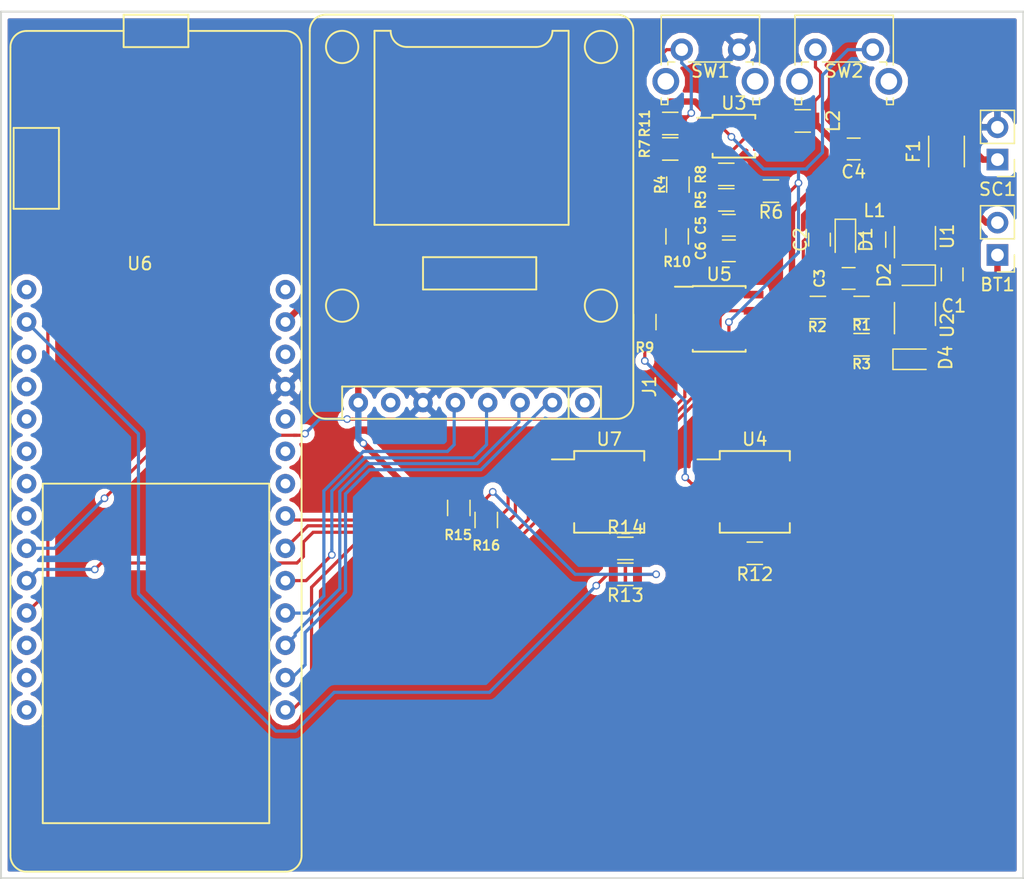
<source format=kicad_pcb>
(kicad_pcb (version 4) (host pcbnew 4.0.7)
  (layers (0 F.Cu signal) (31 B.Cu signal) (34 B.Paste user) (35 F.Paste user) (36 B.SilkS user) (37 F.SilkS user) (38 B.Mask user) (39 F.Mask user) (44 Edge.Cuts user))
  (net 0 "")
  (net 1 "Net-(BT1-Pad1)")
  (net 2 "Net-(BT1-Pad2)")
  (net 3 "Net-(C1-Pad1)")
  (net 4 "Net-(C2-Pad1)")
  (net 5 "Net-(C2-Pad2)")
  (net 6 "Net-(C3-Pad1)")
  (net 7 +BATT)
  (net 8 "Net-(C5-Pad1)")
  (net 9 GND)
  (net 10 "Net-(C6-Pad1)")
  (net 11 "Net-(D2-Pad1)")
  (net 12 "Net-(J1-Pad1)")
  (net 13 /mcu,rtc&sensor/CS)
  (net 14 /mcu,rtc&sensor/DI)
  (net 15 /mcu,rtc&sensor/DO)
  (net 16 /mcu,rtc&sensor/CLK)
  (net 17 "Net-(J1-Pad7)")
  (net 18 +5V)
  (net 19 "Net-(L2-Pad2)")
  (net 20 /Solar,Buck&Charger/FB)
  (net 21 "Net-(R3-Pad1)")
  (net 22 "Net-(R4-Pad1)")
  (net 23 "Net-(R5-Pad1)")
  (net 24 EN)
  (net 25 "Net-(R7-Pad2)")
  (net 26 /mcu,rtc&sensor/RTC_INT)
  (net 27 "Net-(R10-Pad2)")
  (net 28 /mcu,rtc&sensor/MAINTENANCE)
  (net 29 "Net-(R12-Pad2)")
  (net 30 /mcu,rtc&sensor/ALIM)
  (net 31 "Net-(R14-Pad2)")
  (net 32 /mcu,rtc&sensor/SCL)
  (net 33 /mcu,rtc&sensor/SDA)
  (net 34 "Net-(U2-Pad1)")
  (net 35 /mcu,rtc&sensor/RST_RTC)
  (net 36 "Net-(U6-Pad1)")
  (net 37 "Net-(U6-Pad3)")
  (net 38 "Net-(U6-Pad4)")
  (net 39 "Net-(U6-Pad5)")
  (net 40 "Net-(U6-Pad6)")
  (net 41 "Net-(U6-Pad7)")
  (net 42 "Net-(U6-Pad8)")
  (net 43 /mcu,rtc&sensor/SELF_ALIM)
  (net 44 "Net-(U6-Pad12)")
  (net 45 "Net-(U6-Pad13)")
  (net 46 "Net-(U6-Pad14)")
  (net 47 /mcu,rtc&sensor/ALIM_CHECK)
  (net 48 "Net-(U6-Pad22)")
  (net 49 "Net-(U6-Pad23)")
  (net 50 "Net-(U6-Pad24)")
  (net 51 "Net-(U6-Pad26)")
  (net 52 "Net-(U6-Pad28)")
  (module Pin_Headers:Pin_Header_Straight_1x02_Pitch2.54mm (layer F.Cu) (at 180.99024 83.43138 180)
    (fp_text reference BT1 (at 0 -2.33 180) (layer F.SilkS))
    (fp_text value Battery)
    (pad 1 thru_hole rect (at 0 0 180) (size 1.7 1.7) (drill 1) (layers *.Cu *.Mask) (net 1 "Net-(BT1-Pad1)"))
    (pad 2 thru_hole oval (at 0 2.54 180) (size 1.7 1.7) (drill 1) (layers *.Cu *.Mask) (net 2 "Net-(BT1-Pad2)"))
  )
  (module Capacitors_SMD:C_0805 (layer F.Cu) (at 177.43424 84.95538 270)
    (fp_text reference C1 (at 2.4765 -0.127 360) (layer F.SilkS))
    (fp_text value 10u)
    (pad 1 smd rect (at -1 0 270) (size 1 1.25) (layers F.Cu F.Paste F.Mask) (net 3 "Net-(C1-Pad1)"))
    (pad 2 smd rect (at 1 0 270) (size 1 1.25) (layers F.Cu F.Paste F.Mask) (net 9 GND))
  )
  (module Capacitors_SMD:C_0805 (layer F.Cu) (at 167.02024 82.22488 90)
    (fp_text reference C2 (at 0 -1.5 90) (layer F.SilkS))
    (fp_text value 10n)
    (pad 1 smd rect (at -1 0 90) (size 1 1.25) (layers F.Cu F.Paste F.Mask) (net 4 "Net-(C2-Pad1)"))
    (pad 2 smd rect (at 1 0 90) (size 1 1.25) (layers F.Cu F.Paste F.Mask) (net 5 "Net-(C2-Pad2)"))
  )
  (module Capacitors_SMD:C_0805 (layer F.Cu) (at 169.30624 85.27288 180)
    (fp_text reference C3 (at 2.286 0 270) (layer F.SilkS) (effects (font (size 0.75 0.75))))
    (fp_text value 2.2u)
    (pad 1 smd rect (at -1 0 180) (size 1 1.25) (layers F.Cu F.Paste F.Mask) (net 6 "Net-(C3-Pad1)"))
    (pad 2 smd rect (at 1 0 180) (size 1 1.25) (layers F.Cu F.Paste F.Mask) (net 9 GND))
  )
  (module Capacitors_SMD:C_0805 (layer F.Cu) (at 169.70324 75.10188)
    (fp_text reference C4 (at 0 1.8) (layer F.SilkS))
    (fp_text value C)
    (pad 1 smd rect (at -1 0) (size 1 1.25) (layers F.Cu F.Paste F.Mask) (net 7 +BATT))
    (pad 2 smd rect (at 1 0) (size 1 1.25) (layers F.Cu F.Paste F.Mask) (net 9 GND))
  )
  (module Capacitors_SMD:C_0805 (layer F.Cu) (at 159.90324 81.10188)
    (fp_text reference C5 (at -2.2 0 90) (layer F.SilkS) (effects (font (size 0.75 0.75))))
    (fp_text value C)
    (pad 1 smd rect (at -1 0) (size 1 1.25) (layers F.Cu F.Paste F.Mask) (net 8 "Net-(C5-Pad1)"))
    (pad 2 smd rect (at 1 0) (size 1 1.25) (layers F.Cu F.Paste F.Mask) (net 9 GND))
  )
  (module Capacitors_SMD:C_0805 (layer F.Cu) (at 159.90324 83.10188)
    (fp_text reference C6 (at -2.2 0 90) (layer F.SilkS) (effects (font (size 0.75 0.75))))
    (fp_text value C)
    (pad 1 smd rect (at -1 0) (size 1 1.25) (layers F.Cu F.Paste F.Mask) (net 10 "Net-(C6-Pad1)"))
    (pad 2 smd rect (at 1 0) (size 1 1.25) (layers F.Cu F.Paste F.Mask) (net 9 GND))
  )
  (module Diodes_SMD:D_0805 (layer F.Cu) (at 169.05224 82.22488 270)
    (fp_text reference D1 (at 0 -1.6 270) (layer F.SilkS))
    (fp_text value D)
    (pad 1 smd rect (at -1.05 0 270) (size 0.8 0.9) (layers F.Cu F.Paste F.Mask) (net 5 "Net-(C2-Pad2)"))
    (pad 2 smd rect (at 1.05 0 270) (size 0.8 0.9) (layers F.Cu F.Paste F.Mask) (net 9 GND))
  )
  (module Diodes_SMD:D_0805 (layer F.Cu) (at 174.51324 85.01888 180)
    (fp_text reference D2 (at 2.413 0 270) (layer F.SilkS))
    (fp_text value D)
    (pad 1 smd rect (at -1.05 0 180) (size 0.8 0.9) (layers F.Cu F.Paste F.Mask) (net 11 "Net-(D2-Pad1)"))
    (pad 2 smd rect (at 1.05 0 180) (size 0.8 0.9) (layers F.Cu F.Paste F.Mask) (net 6 "Net-(C3-Pad1)"))
  )
  (module Diodes_SMD:D_0805 (layer F.Cu) (at 174.38624 91.62288)
    (fp_text reference D4 (at 2.54 -0.127 90) (layer F.SilkS))
    (fp_text value D_Shockley)
    (pad 1 smd rect (at -1.05 0) (size 0.8 0.9) (layers F.Cu F.Paste F.Mask) (net 7 +BATT))
    (pad 2 smd rect (at 1.05 0) (size 0.8 0.9) (layers F.Cu F.Paste F.Mask) (net 1 "Net-(BT1-Pad1)"))
  )
  (module Fuse_Holders_and_Fuses:Fuse_0679H (layer F.Cu) (at 176.98974 75.30338 90)
    (fp_text reference F1 (at 0 -2.6 90) (layer F.SilkS))
    (fp_text value Fuse)
    (pad 2 smd rect (at 2.46 0 90) (size 1.96 3.15) (layers F.Cu F.Paste F.Mask) (net 9 GND))
    (pad 1 smd rect (at -2.46 0 90) (size 1.96 3.15) (layers F.Cu F.Paste F.Mask) (net 2 "Net-(BT1-Pad2)"))
  )
  (module Inductors_SMD:L_0805 (layer F.Cu) (at 171.33824 82.22488 270)
    (fp_text reference L1 (at -2.286 0 360) (layer F.SilkS))
    (fp_text value 6.8u)
    (pad 1 smd rect (at -0.95 0 270) (size 0.7 1.3) (layers F.Cu F.Paste F.Mask) (net 5 "Net-(C2-Pad2)"))
    (pad 2 smd rect (at 0.95 0 270) (size 0.7 1.3) (layers F.Cu F.Paste F.Mask) (net 6 "Net-(C3-Pad1)"))
  )
  (module Inductors_SMD:L_0805 (layer F.Cu) (at 165.70324 72.90188 180)
    (fp_text reference L2 (at -2.4 0 270) (layer F.SilkS))
    (fp_text value L)
    (pad 1 smd rect (at -0.95 0 180) (size 0.7 1.3) (layers F.Cu F.Paste F.Mask) (net 7 +BATT))
    (pad 2 smd rect (at 0.95 0 180) (size 0.7 1.3) (layers F.Cu F.Paste F.Mask) (net 19 "Net-(L2-Pad2)"))
  )
  (module Resistors_SMD:R_0805 (layer F.Cu) (at 170.32224 87.55888 180)
    (fp_text reference R1 (at 0 -1.397 360) (layer F.SilkS) (effects (font (size 0.75 0.75))))
    (fp_text value Rtop)
    (pad 1 smd rect (at -0.95 0 180) (size 0.7 1.3) (layers F.Cu F.Paste F.Mask) (net 11 "Net-(D2-Pad1)"))
    (pad 2 smd rect (at 0.95 0 180) (size 0.7 1.3) (layers F.Cu F.Paste F.Mask) (net 20 /Solar,Buck&Charger/FB))
  )
  (module Resistors_SMD:R_0805 (layer F.Cu) (at 166.89324 87.55888 180)
    (fp_text reference R2 (at 0.0508 -1.524 180) (layer F.SilkS) (effects (font (size 0.75 0.75))))
    (fp_text value Rbut)
    (pad 1 smd rect (at -0.95 0 180) (size 0.7 1.3) (layers F.Cu F.Paste F.Mask) (net 20 /Solar,Buck&Charger/FB))
    (pad 2 smd rect (at 0.95 0 180) (size 0.7 1.3) (layers F.Cu F.Paste F.Mask) (net 9 GND))
  )
  (module Resistors_SMD:R_0805 (layer F.Cu) (at 170.32224 90.47988 180)
    (fp_text reference R3 (at 0 -1.524 180) (layer F.SilkS) (effects (font (size 0.75 0.75))))
    (fp_text value Risen)
    (pad 1 smd rect (at -0.95 0 180) (size 0.7 1.3) (layers F.Cu F.Paste F.Mask) (net 21 "Net-(R3-Pad1)"))
    (pad 2 smd rect (at 0.95 0 180) (size 0.7 1.3) (layers F.Cu F.Paste F.Mask) (net 9 GND))
  )
  (module Resistors_SMD:R_0805 (layer F.Cu) (at 155.90324 77.90188 270)
    (fp_text reference R4 (at 0 1.4 270) (layer F.SilkS) (effects (font (size 0.75 0.75))))
    (fp_text value R)
    (pad 1 smd rect (at -0.95 0 270) (size 0.7 1.3) (layers F.Cu F.Paste F.Mask) (net 22 "Net-(R4-Pad1)"))
    (pad 2 smd rect (at 0.95 0 270) (size 0.7 1.3) (layers F.Cu F.Paste F.Mask) (net 8 "Net-(C5-Pad1)"))
  )
  (module Resistors_SMD:R_0805 (layer F.Cu) (at 159.70324 79.10188)
    (fp_text reference R5 (at -2 0 90) (layer F.SilkS) (effects (font (size 0.75 0.75))))
    (fp_text value R)
    (pad 1 smd rect (at -0.95 0) (size 0.7 1.3) (layers F.Cu F.Paste F.Mask) (net 23 "Net-(R5-Pad1)"))
    (pad 2 smd rect (at 0.95 0) (size 0.7 1.3) (layers F.Cu F.Paste F.Mask) (net 9 GND))
  )
  (module Resistors_SMD:R_0805 (layer F.Cu) (at 163.21024 78.41488 180)
    (fp_text reference R6 (at 0 -1.65 180) (layer F.SilkS))
    (fp_text value 100K)
    (pad 1 smd rect (at -0.95 0 180) (size 0.7 1.3) (layers F.Cu F.Paste F.Mask) (net 24 EN))
    (pad 2 smd rect (at 0.95 0 180) (size 0.7 1.3) (layers F.Cu F.Paste F.Mask) (net 9 GND))
  )
  (module Resistors_SMD:R_0805 (layer F.Cu) (at 155.30324 75.10188)
    (fp_text reference R7 (at -2 0 90) (layer F.SilkS) (effects (font (size 0.75 0.75))))
    (fp_text value R)
    (pad 1 smd rect (at -0.95 0) (size 0.7 1.3) (layers F.Cu F.Paste F.Mask) (net 18 +5V))
    (pad 2 smd rect (at 0.95 0) (size 0.7 1.3) (layers F.Cu F.Paste F.Mask) (net 25 "Net-(R7-Pad2)"))
  )
  (module Resistors_SMD:R_0805 (layer F.Cu) (at 159.70324 77.10188)
    (fp_text reference R8 (at -2 0 90) (layer F.SilkS) (effects (font (size 0.75 0.75))))
    (fp_text value R)
    (pad 1 smd rect (at -0.95 0) (size 0.7 1.3) (layers F.Cu F.Paste F.Mask) (net 25 "Net-(R7-Pad2)"))
    (pad 2 smd rect (at 0.95 0) (size 0.7 1.3) (layers F.Cu F.Paste F.Mask) (net 9 GND))
  )
  (module Resistors_SMD:R_0805 (layer F.Cu) (at 153.30424 88.70188 270)
    (fp_text reference R9 (at 2 0 360) (layer F.SilkS) (effects (font (size 0.75 0.75))))
    (fp_text value 10K)
    (pad 1 smd rect (at -0.95 0 270) (size 0.7 1.3) (layers F.Cu F.Paste F.Mask) (net 18 +5V))
    (pad 2 smd rect (at 0.95 0 270) (size 0.7 1.3) (layers F.Cu F.Paste F.Mask) (net 26 /mcu,rtc&sensor/RTC_INT))
  )
  (module Resistors_SMD:R_0805 (layer F.Cu) (at 155.84424 81.97088 270)
    (fp_text reference R10 (at 2 0 360) (layer F.SilkS) (effects (font (size 0.75 0.75))))
    (fp_text value 10K)
    (pad 1 smd rect (at -0.95 0 270) (size 0.7 1.3) (layers F.Cu F.Paste F.Mask) (net 18 +5V))
    (pad 2 smd rect (at 0.95 0 270) (size 0.7 1.3) (layers F.Cu F.Paste F.Mask) (net 27 "Net-(R10-Pad2)"))
  )
  (module Resistors_SMD:R_0805 (layer F.Cu) (at 155.30324 73.10188)
    (fp_text reference R11 (at -2 0 90) (layer F.SilkS) (effects (font (size 0.75 0.75))))
    (fp_text value 10K)
    (pad 1 smd rect (at -0.95 0) (size 0.7 1.3) (layers F.Cu F.Paste F.Mask) (net 18 +5V))
    (pad 2 smd rect (at 0.95 0) (size 0.7 1.3) (layers F.Cu F.Paste F.Mask) (net 28 /mcu,rtc&sensor/MAINTENANCE))
  )
  (module Resistors_SMD:R_0805 (layer F.Cu) (at 161.94024 106.86288 180)
    (fp_text reference R12 (at 0 -1.65 180) (layer F.SilkS))
    (fp_text value 470K)
    (pad 1 smd rect (at -0.95 0 180) (size 0.7 1.3) (layers F.Cu F.Paste F.Mask) (net 7 +BATT))
    (pad 2 smd rect (at 0.95 0 180) (size 0.7 1.3) (layers F.Cu F.Paste F.Mask) (net 29 "Net-(R12-Pad2)"))
  )
  (module Resistors_SMD:R_0805 (layer F.Cu) (at 151.78024 108.51388 180)
    (fp_text reference R13 (at 0 -1.65 180) (layer F.SilkS))
    (fp_text value 300K)
    (pad 1 smd rect (at -0.95 0 180) (size 0.7 1.3) (layers F.Cu F.Paste F.Mask) (net 18 +5V))
    (pad 2 smd rect (at 0.95 0 180) (size 0.7 1.3) (layers F.Cu F.Paste F.Mask) (net 30 /mcu,rtc&sensor/ALIM))
  )
  (module Resistors_SMD:R_0805 (layer F.Cu) (at 151.78024 106.48188)
    (fp_text reference R14 (at 0 -1.65) (layer F.SilkS))
    (fp_text value 100K)
    (pad 1 smd rect (at -0.95 0) (size 0.7 1.3) (layers F.Cu F.Paste F.Mask) (net 30 /mcu,rtc&sensor/ALIM))
    (pad 2 smd rect (at 0.95 0) (size 0.7 1.3) (layers F.Cu F.Paste F.Mask) (net 31 "Net-(R14-Pad2)"))
  )
  (module Resistors_SMD:R_0805 (layer F.Cu) (at 138.70324 103.30188 90)
    (fp_text reference R15 (at -2.125 -0.05 180) (layer F.SilkS) (effects (font (size 0.75 0.75))))
    (fp_text value 4K7)
    (pad 1 smd rect (at -0.95 0 90) (size 0.7 1.3) (layers F.Cu F.Paste F.Mask) (net 32 /mcu,rtc&sensor/SCL))
    (pad 2 smd rect (at 0.95 0 90) (size 0.7 1.3) (layers F.Cu F.Paste F.Mask) (net 18 +5V))
  )
  (module Resistors_SMD:R_0805 (layer F.Cu) (at 140.85824 104.24668 90)
    (fp_text reference R16 (at -2 0 180) (layer F.SilkS) (effects (font (size 0.75 0.75))))
    (fp_text value 4K7)
    (pad 1 smd rect (at -0.95 0 90) (size 0.7 1.3) (layers F.Cu F.Paste F.Mask) (net 33 /mcu,rtc&sensor/SDA))
    (pad 2 smd rect (at 0.95 0 90) (size 0.7 1.3) (layers F.Cu F.Paste F.Mask) (net 18 +5V))
  )
  (module Pin_Headers:Pin_Header_Straight_1x02_Pitch2.54mm (layer F.Cu) (at 180.99024 75.93838 180)
    (fp_text reference SC1 (at 0 -2.33 180) (layer F.SilkS))
    (fp_text value Solar_Cell)
    (pad 1 thru_hole rect (at 0 0 180) (size 1.7 1.7) (drill 1) (layers *.Cu *.Mask) (net 3 "Net-(C1-Pad1)"))
    (pad 2 thru_hole oval (at 0 2.54 180) (size 1.7 1.7) (drill 1) (layers *.Cu *.Mask) (net 9 GND))
  )
  (module TO_SOT_Packages_SMD:SOT-23-6 (layer F.Cu) (at 174.51324 82.09788 90)
    (fp_text reference U1 (at 0.127 2.54 270) (layer F.SilkS))
    (fp_text value AP3211)
    (pad 1 smd rect (at -1.1 -0.95 90) (size 1.06 0.65) (layers F.Cu F.Paste F.Mask) (net 4 "Net-(C2-Pad1)"))
    (pad 2 smd rect (at -1.1 0 90) (size 1.06 0.65) (layers F.Cu F.Paste F.Mask) (net 9 GND))
    (pad 3 smd rect (at -1.1 0.95 90) (size 1.06 0.65) (layers F.Cu F.Paste F.Mask) (net 20 /Solar,Buck&Charger/FB))
    (pad 4 smd rect (at 1.1 0.95 90) (size 1.06 0.65) (layers F.Cu F.Paste F.Mask) (net 3 "Net-(C1-Pad1)"))
    (pad 6 smd rect (at 1.1 -0.95 90) (size 1.06 0.65) (layers F.Cu F.Paste F.Mask) (net 5 "Net-(C2-Pad2)"))
    (pad 5 smd rect (at 1.1 0 90) (size 1.06 0.65) (layers F.Cu F.Paste F.Mask) (net 3 "Net-(C1-Pad1)"))
  )
  (module TO_SOT_Packages_SMD:SOT-23-5 (layer F.Cu) (at 174.51324 88.06688 90)
    (fp_text reference U2 (at -0.889 2.54 270) (layer F.SilkS))
    (fp_text value XC6802)
    (pad 1 smd rect (at -1.1 -0.95 90) (size 1.06 0.65) (layers F.Cu F.Paste F.Mask) (net 34 "Net-(U2-Pad1)"))
    (pad 2 smd rect (at -1.1 0 90) (size 1.06 0.65) (layers F.Cu F.Paste F.Mask) (net 9 GND))
    (pad 3 smd rect (at -1.1 0.95 90) (size 1.06 0.65) (layers F.Cu F.Paste F.Mask) (net 1 "Net-(BT1-Pad1)"))
    (pad 4 smd rect (at 1.1 0.95 90) (size 1.06 0.65) (layers F.Cu F.Paste F.Mask) (net 11 "Net-(D2-Pad1)"))
    (pad 5 smd rect (at 1.1 -0.95 90) (size 1.06 0.65) (layers F.Cu F.Paste F.Mask) (net 21 "Net-(R3-Pad1)"))
  )
  (module Housings_SSOP:MSOP-10_3x3mm_Pitch0.5mm (layer F.Cu) (at 160.30324 74.10188)
    (fp_text reference U3 (at 0 -2.6) (layer F.SilkS))
    (fp_text value AP6714)
    (pad 1 smd rect (at -2.2 -1) (size 1.4 0.3) (layers F.Cu F.Paste F.Mask) (net 18 +5V))
    (pad 2 smd rect (at -2.2 -0.5) (size 1.4 0.3) (layers F.Cu F.Paste F.Mask) (net 24 EN))
    (pad 3 smd rect (at -2.2 0) (size 1.4 0.3) (layers F.Cu F.Paste F.Mask) (net 22 "Net-(R4-Pad1)"))
    (pad 4 smd rect (at -2.2 0.5) (size 1.4 0.3) (layers F.Cu F.Paste F.Mask) (net 25 "Net-(R7-Pad2)"))
    (pad 5 smd rect (at -2.2 1) (size 1.4 0.3) (layers F.Cu F.Paste F.Mask) (net 10 "Net-(C6-Pad1)"))
    (pad 6 smd rect (at 2.2 1) (size 1.4 0.3) (layers F.Cu F.Paste F.Mask) (net 9 GND))
    (pad 7 smd rect (at 2.2 0.5) (size 1.4 0.3) (layers F.Cu F.Paste F.Mask) (net 9 GND))
    (pad 8 smd rect (at 2.2 0) (size 1.4 0.3) (layers F.Cu F.Paste F.Mask) (net 23 "Net-(R5-Pad1)"))
    (pad 9 smd rect (at 2.2 -0.5) (size 1.4 0.3) (layers F.Cu F.Paste F.Mask) (net 19 "Net-(L2-Pad2)"))
    (pad 10 smd rect (at 2.2 -1) (size 1.4 0.3) (layers F.Cu F.Paste F.Mask) (net 18 +5V))
  )
  (module Housings_SOIC:SO-8_5.3x6.2mm_Pitch1.27mm (layer F.Cu) (at 161.94024 102.03688)
    (fp_text reference U4 (at 0 -4.13) (layer F.SilkS))
    (fp_text value DMP4025)
    (pad 1 smd rect (at -3.7 -1.905) (size 1.75 0.55) (layers F.Cu F.Paste F.Mask) (net 24 EN))
    (pad 2 smd rect (at -3.7 -0.635) (size 1.75 0.55) (layers F.Cu F.Paste F.Mask) (net 26 /mcu,rtc&sensor/RTC_INT))
    (pad 3 smd rect (at -3.7 0.635) (size 1.75 0.55) (layers F.Cu F.Paste F.Mask) (net 24 EN))
    (pad 4 smd rect (at -3.7 1.905) (size 1.75 0.55) (layers F.Cu F.Paste F.Mask) (net 29 "Net-(R12-Pad2)"))
    (pad 5 smd rect (at 3.7 1.905) (size 1.75 0.55) (layers F.Cu F.Paste F.Mask) (net 7 +BATT))
    (pad 6 smd rect (at 3.7 0.635) (size 1.75 0.55) (layers F.Cu F.Paste F.Mask) (net 7 +BATT))
    (pad 7 smd rect (at 3.7 -0.635) (size 1.75 0.55) (layers F.Cu F.Paste F.Mask) (net 7 +BATT))
    (pad 8 smd rect (at 3.7 -1.905) (size 1.75 0.55) (layers F.Cu F.Paste F.Mask) (net 7 +BATT))
  )
  (module Housings_SOIC:SOIC-8_3.9x4.9mm_Pitch1.27mm (layer F.Cu) (at 159.14624 88.44788)
    (fp_text reference U5 (at 0 -3.5) (layer F.SilkS))
    (fp_text value DS3231M)
    (pad 1 smd rect (at -2.7 -1.905) (size 1.55 0.6) (layers F.Cu F.Paste F.Mask) (net 27 "Net-(R10-Pad2)"))
    (pad 2 smd rect (at -2.7 -0.635) (size 1.55 0.6) (layers F.Cu F.Paste F.Mask) (net 18 +5V))
    (pad 3 smd rect (at -2.7 0.635) (size 1.55 0.6) (layers F.Cu F.Paste F.Mask) (net 26 /mcu,rtc&sensor/RTC_INT))
    (pad 4 smd rect (at -2.7 1.905) (size 1.55 0.6) (layers F.Cu F.Paste F.Mask) (net 35 /mcu,rtc&sensor/RST_RTC))
    (pad 5 smd rect (at 2.7 1.905) (size 1.55 0.6) (layers F.Cu F.Paste F.Mask) (net 9 GND))
    (pad 6 smd rect (at 2.7 0.635) (size 1.55 0.6) (layers F.Cu F.Paste F.Mask) (net 7 +BATT))
    (pad 7 smd rect (at 2.7 -0.635) (size 1.55 0.6) (layers F.Cu F.Paste F.Mask) (net 33 /mcu,rtc&sensor/SDA))
    (pad 8 smd rect (at 2.7 -1.905) (size 1.55 0.6) (layers F.Cu F.Paste F.Mask) (net 32 /mcu,rtc&sensor/SCL))
  )
  (module hardware:Arduino_MKR_GSM_1400 (layer F.Cu) (at 114.930601 83.612401)
    (fp_text reference U6 (at -1.27 0.5) (layer F.SilkS))
    (fp_text value Arduino_mkr_1000)
    (pad 1 thru_hole circle (at -10.16 2.54) (size 1.524 1.524) (drill 0.762) (layers *.Cu *.Mask) (net 36 "Net-(U6-Pad1)"))
    (pad 2 thru_hole circle (at -10.16 5.08) (size 1.524 1.524) (drill 0.762) (layers *.Cu *.Mask) (net 30 /mcu,rtc&sensor/ALIM))
    (pad 3 thru_hole circle (at -10.16 7.62) (size 1.524 1.524) (drill 0.762) (layers *.Cu *.Mask) (net 37 "Net-(U6-Pad3)"))
    (pad 4 thru_hole circle (at -10.16 10.16) (size 1.524 1.524) (drill 0.762) (layers *.Cu *.Mask) (net 38 "Net-(U6-Pad4)"))
    (pad 5 thru_hole circle (at -10.16 12.7) (size 1.524 1.524) (drill 0.762) (layers *.Cu *.Mask) (net 39 "Net-(U6-Pad5)"))
    (pad 6 thru_hole circle (at -10.16 15.24) (size 1.524 1.524) (drill 0.762) (layers *.Cu *.Mask) (net 40 "Net-(U6-Pad6)"))
    (pad 7 thru_hole circle (at -10.16 17.78) (size 1.524 1.524) (drill 0.762) (layers *.Cu *.Mask) (net 41 "Net-(U6-Pad7)"))
    (pad 8 thru_hole circle (at -10.16 20.32) (size 1.524 1.524) (drill 0.762) (layers *.Cu *.Mask) (net 42 "Net-(U6-Pad8)"))
    (pad 9 thru_hole circle (at -10.16 22.86) (size 1.524 1.524) (drill 0.762) (layers *.Cu *.Mask) (net 35 /mcu,rtc&sensor/RST_RTC))
    (pad 10 thru_hole circle (at -10.16 25.4) (size 1.524 1.524) (drill 0.762) (layers *.Cu *.Mask) (net 43 /mcu,rtc&sensor/SELF_ALIM))
    (pad 11 thru_hole circle (at -10.16 27.94) (size 1.524 1.524) (drill 0.762) (layers *.Cu *.Mask) (net 28 /mcu,rtc&sensor/MAINTENANCE))
    (pad 12 thru_hole circle (at -10.16 30.48) (size 1.524 1.524) (drill 0.762) (layers *.Cu *.Mask) (net 44 "Net-(U6-Pad12)"))
    (pad 13 thru_hole circle (at -10.16 33.02) (size 1.524 1.524) (drill 0.762) (layers *.Cu *.Mask) (net 45 "Net-(U6-Pad13)"))
    (pad 14 thru_hole circle (at -10.16 35.56) (size 1.524 1.524) (drill 0.762) (layers *.Cu *.Mask) (net 46 "Net-(U6-Pad14)"))
    (pad 15 thru_hole circle (at 10.16 35.56) (size 1.524 1.524) (drill 0.762) (layers *.Cu *.Mask) (net 47 /mcu,rtc&sensor/ALIM_CHECK))
    (pad 16 thru_hole circle (at 10.16 33.02) (size 1.524 1.524) (drill 0.762) (layers *.Cu *.Mask) (net 13 /mcu,rtc&sensor/CS))
    (pad 17 thru_hole circle (at 10.16 30.48) (size 1.524 1.524) (drill 0.762) (layers *.Cu *.Mask) (net 14 /mcu,rtc&sensor/DI))
    (pad 18 thru_hole circle (at 10.16 27.94) (size 1.524 1.524) (drill 0.762) (layers *.Cu *.Mask) (net 16 /mcu,rtc&sensor/CLK))
    (pad 19 thru_hole circle (at 10.16 25.4) (size 1.524 1.524) (drill 0.762) (layers *.Cu *.Mask) (net 15 /mcu,rtc&sensor/DO))
    (pad 20 thru_hole circle (at 10.16 22.86) (size 1.524 1.524) (drill 0.762) (layers *.Cu *.Mask) (net 33 /mcu,rtc&sensor/SDA))
    (pad 21 thru_hole circle (at 10.16 20.32) (size 1.524 1.524) (drill 0.762) (layers *.Cu *.Mask) (net 32 /mcu,rtc&sensor/SCL))
    (pad 22 thru_hole circle (at 10.16 17.78) (size 1.524 1.524) (drill 0.762) (layers *.Cu *.Mask) (net 48 "Net-(U6-Pad22)"))
    (pad 23 thru_hole circle (at 10.16 15.24) (size 1.524 1.524) (drill 0.762) (layers *.Cu *.Mask) (net 49 "Net-(U6-Pad23)"))
    (pad 24 thru_hole circle (at 10.16 12.7) (size 1.524 1.524) (drill 0.762) (layers *.Cu *.Mask) (net 50 "Net-(U6-Pad24)"))
    (pad 25 thru_hole circle (at 10.16 10.16) (size 1.524 1.524) (drill 0.762) (layers *.Cu *.Mask) (net 9 GND))
    (pad 26 thru_hole circle (at 10.16 7.62) (size 1.524 1.524) (drill 0.762) (layers *.Cu *.Mask) (net 51 "Net-(U6-Pad26)"))
    (pad 27 thru_hole circle (at 10.16 5.08) (size 1.524 1.524) (drill 0.762) (layers *.Cu *.Mask) (net 18 +5V))
    (pad 28 thru_hole circle (at 10.16 2.54) (size 1.524 1.524) (drill 0.762) (layers *.Cu *.Mask) (net 52 "Net-(U6-Pad28)"))
  )
  (module Housings_SOIC:SO-8_5.3x6.2mm_Pitch1.27mm (layer F.Cu) (at 150.51024 102.03688)
    (fp_text reference U7 (at 0 -4.13) (layer F.SilkS))
    (fp_text value DMN2029USD)
    (pad 1 smd rect (at -3.7 -1.905) (size 1.75 0.55) (layers F.Cu F.Paste F.Mask) (net 9 GND))
    (pad 2 smd rect (at -3.7 -0.635) (size 1.75 0.55) (layers F.Cu F.Paste F.Mask) (net 43 /mcu,rtc&sensor/SELF_ALIM))
    (pad 3 smd rect (at -3.7 0.635) (size 1.75 0.55) (layers F.Cu F.Paste F.Mask) (net 9 GND))
    (pad 4 smd rect (at -3.7 1.905) (size 1.75 0.55) (layers F.Cu F.Paste F.Mask) (net 47 /mcu,rtc&sensor/ALIM_CHECK))
    (pad 5 smd rect (at 3.7 1.905) (size 1.75 0.55) (layers F.Cu F.Paste F.Mask) (net 31 "Net-(R14-Pad2)"))
    (pad 6 smd rect (at 3.7 0.635) (size 1.75 0.55) (layers F.Cu F.Paste F.Mask) (net 31 "Net-(R14-Pad2)"))
    (pad 7 smd rect (at 3.7 -0.635) (size 1.75 0.55) (layers F.Cu F.Paste F.Mask) (net 29 "Net-(R12-Pad2)"))
    (pad 8 smd rect (at 3.7 -1.905) (size 1.75 0.55) (layers F.Cu F.Paste F.Mask) (net 29 "Net-(R12-Pad2)"))
  )
  (module hardware:MicroSD_card_breakout_board (layer F.Cu) (at 139.70324 96.30188 270)
    (fp_text reference J1 (at -2.54 -13.97 270) (layer F.SilkS))
    (fp_text value Conn_01x08)
    (pad 1 thru_hole circle (at -1.27 -8.89 270) (size 1.524 1.524) (drill 0.762) (layers *.Cu *.Mask) (net 12 "Net-(J1-Pad1)"))
    (pad 2 thru_hole circle (at -1.27 -6.35 270) (size 1.524 1.524) (drill 0.762) (layers *.Cu *.Mask) (net 13 /mcu,rtc&sensor/CS))
    (pad 3 thru_hole circle (at -1.27 -3.81 270) (size 1.524 1.524) (drill 0.762) (layers *.Cu *.Mask) (net 14 /mcu,rtc&sensor/DI))
    (pad 4 thru_hole circle (at -1.27 -1.27 270) (size 1.524 1.524) (drill 0.762) (layers *.Cu *.Mask) (net 15 /mcu,rtc&sensor/DO))
    (pad 5 thru_hole circle (at -1.27 1.27 270) (size 1.524 1.524) (drill 0.762) (layers *.Cu *.Mask) (net 16 /mcu,rtc&sensor/CLK))
    (pad 6 thru_hole circle (at -1.27 3.81 270) (size 1.524 1.524) (drill 0.762) (layers *.Cu *.Mask) (net 9 GND))
    (pad 7 thru_hole circle (at -1.27 6.35 270) (size 1.524 1.524) (drill 0.762) (layers *.Cu *.Mask) (net 17 "Net-(J1-Pad7)"))
    (pad 8 thru_hole circle (at -1.27 8.89 270) (size 1.524 1.524) (drill 0.762) (layers *.Cu *.Mask) (net 18 +5V))
  )
  (module Buttons_Switches_THT:SW_Tactile_SPST_Angled_PTS645Vx39-2LFS (layer F.Cu) (at 156.20324 67.30188)
    (fp_text reference SW1 (at 2.25 1.68) (layer F.SilkS))
    (fp_text value SW_Push)
    (pad "" thru_hole circle (at 5.76 2.49) (size 2.1 2.1) (drill 1.3) (layers *.Cu *.Mask))
    (pad 2 thru_hole circle (at 4.5 0) (size 1.75 1.75) (drill 0.99) (layers *.Cu *.Mask) (net 9 GND))
    (pad 1 thru_hole circle (at 0 0) (size 1.75 1.75) (drill 0.99) (layers *.Cu *.Mask) (net 28 /mcu,rtc&sensor/MAINTENANCE))
    (pad "" thru_hole circle (at -1.25 2.49) (size 2.1 2.1) (drill 1.3) (layers *.Cu *.Mask))
  )
  (module Buttons_Switches_THT:SW_Tactile_SPST_Angled_PTS645Vx39-2LFS (layer F.Cu) (at 166.70324 67.30188)
    (fp_text reference SW2 (at 2.25 1.68) (layer F.SilkS))
    (fp_text value SW_Push)
    (pad "" thru_hole circle (at 5.76 2.49) (size 2.1 2.1) (drill 1.3) (layers *.Cu *.Mask))
    (pad 2 thru_hole circle (at 4.5 0) (size 1.75 1.75) (drill 0.99) (layers *.Cu *.Mask) (net 24 EN))
    (pad 1 thru_hole circle (at 0 0) (size 1.75 1.75) (drill 0.99) (layers *.Cu *.Mask) (net 7 +BATT))
    (pad "" thru_hole circle (at -1.25 2.49) (size 2.1 2.1) (drill 1.3) (layers *.Cu *.Mask))
  )
  (gr_line (start 102.75824 132.38988) (end 102.75824 64.31788) (angle 90) (layer Edge.Cuts) (width 0.15))
  (gr_line (start 183.02224 132.38988) (end 102.75824 132.38988) (angle 90) (layer Edge.Cuts) (width 0.15))
  (gr_line (start 183.02224 64.31788) (end 183.02224 132.38988) (angle 90) (layer Edge.Cuts) (width 0.15))
  (gr_line (start 102.75824 64.31788) (end 183.02224 64.31788) (angle 90) (layer Edge.Cuts) (width 0.15))
  (segment (start 180.99024 83.43138) (end 180.99024 85.01888) (width 0.5) (layer F.Cu) (net 1))
  (segment (start 176.84224 89.16688) (end 175.46324 89.16688) (width 0.5) (layer F.Cu) (net 1))
  (segment (start 180.99024 85.01888) (end 176.84224 89.16688) (width 0.5) (layer F.Cu) (net 1))
  (segment (start 175.46324 89.16688) (end 175.46324 91.59588) (width 0.5) (layer F.Cu) (net 1))
  (segment (start 175.46324 91.59588) (end 175.43624 91.62288) (width 0.5) (layer F.Cu) (net 1))
  (segment (start 180.99024 80.89138) (end 180.11774 80.89138) (width 0.5) (layer F.Cu) (net 2))
  (segment (start 180.11774 80.89138) (end 176.98974 77.76338) (width 0.5) (layer F.Cu) (net 2))
  (segment (start 175.46324 80.99788) (end 176.27074 80.99788) (width 0.25) (layer F.Cu) (net 3))
  (segment (start 177.43424 82.16138) (end 177.43424 83.95538) (width 0.25) (layer F.Cu) (net 3))
  (segment (start 176.27074 80.99788) (end 177.43424 82.16138) (width 0.25) (layer F.Cu) (net 3))
  (segment (start 180.99024 75.93838) (end 179.84724 75.93838) (width 0.5) (layer F.Cu) (net 3))
  (segment (start 174.51324 76.19238) (end 174.51324 80.99788) (width 0.5) (layer F.Cu) (net 3))
  (segment (start 175.78324 74.92238) (end 174.51324 76.19238) (width 0.5) (layer F.Cu) (net 3))
  (segment (start 178.83124 74.92238) (end 175.78324 74.92238) (width 0.5) (layer F.Cu) (net 3))
  (segment (start 179.84724 75.93838) (end 178.83124 74.92238) (width 0.5) (layer F.Cu) (net 3))
  (segment (start 175.46324 80.99788) (end 174.51324 80.99788) (width 0.5) (layer F.Cu) (net 3))
  (segment (start 172.98824 83.19788) (end 173.56324 83.19788) (width 0.25) (layer F.Cu) (net 4))
  (segment (start 172.946242 83.19788) (end 172.98824 83.19788) (width 0.25) (layer F.Cu) (net 4))
  (segment (start 172.248241 82.499879) (end 172.946242 83.19788) (width 0.25) (layer F.Cu) (net 4))
  (segment (start 167.745228 82.499892) (end 170.428226 82.499892) (width 0.25) (layer F.Cu) (net 4))
  (segment (start 170.428226 82.499892) (end 170.428239 82.499879) (width 0.25) (layer F.Cu) (net 4))
  (segment (start 167.02024 83.22488) (end 167.745228 82.499892) (width 0.25) (layer F.Cu) (net 4))
  (segment (start 170.428239 82.499879) (end 172.248241 82.499879) (width 0.25) (layer F.Cu) (net 4))
  (segment (start 169.05224 81.17488) (end 167.07024 81.17488) (width 0.25) (layer F.Cu) (net 5))
  (segment (start 167.07024 81.17488) (end 167.02024 81.22488) (width 0.25) (layer F.Cu) (net 5))
  (segment (start 171.33824 81.27488) (end 169.15224 81.27488) (width 0.25) (layer F.Cu) (net 5))
  (segment (start 169.15224 81.27488) (end 169.05224 81.17488) (width 0.25) (layer F.Cu) (net 5))
  (segment (start 173.56324 80.99788) (end 171.61524 80.99788) (width 0.5) (layer F.Cu) (net 5))
  (segment (start 171.61524 80.99788) (end 171.33824 81.27488) (width 0.5) (layer F.Cu) (net 5))
  (segment (start 170.30624 85.27288) (end 170.95724 85.27288) (width 0.25) (layer F.Cu) (net 6))
  (segment (start 170.95724 85.27288) (end 171.78274 84.44738) (width 0.25) (layer F.Cu) (net 6))
  (segment (start 171.33824 83.17488) (end 171.33824 84.00288) (width 0.5) (layer F.Cu) (net 6))
  (segment (start 172.35424 85.01888) (end 173.46324 85.01888) (width 0.5) (layer F.Cu) (net 6))
  (segment (start 171.33824 84.00288) (end 171.78274 84.44738) (width 0.5) (layer F.Cu) (net 6))
  (segment (start 171.78274 84.44738) (end 172.35424 85.01888) (width 0.5) (layer F.Cu) (net 6))
  (segment (start 165.64024 103.94188) (end 165.64024 104.11288) (width 0.25) (layer F.Cu) (net 7))
  (segment (start 165.64024 104.11288) (end 162.89024 106.86288) (width 0.25) (layer F.Cu) (net 7))
  (segment (start 166.65324 72.90188) (end 166.65324 73.05188) (width 0.5) (layer F.Cu) (net 7))
  (segment (start 166.65324 73.05188) (end 168.70324 75.10188) (width 0.5) (layer F.Cu) (net 7))
  (segment (start 165.64024 103.87838) (end 165.64024 102.60838) (width 0.5) (layer F.Cu) (net 7))
  (segment (start 165.64024 102.60838) (end 165.64024 101.33838) (width 0.5) (layer F.Cu) (net 7))
  (segment (start 165.64024 101.33838) (end 165.64024 100.06838) (width 0.5) (layer F.Cu) (net 7))
  (segment (start 165.64024 100.06838) (end 167.65524 98.05338) (width 0.5) (layer F.Cu) (net 7))
  (segment (start 167.65524 98.05338) (end 167.65524 91.62288) (width 0.5) (layer F.Cu) (net 7))
  (segment (start 161.84624 89.08288) (end 164.60724 89.08288) (width 0.5) (layer F.Cu) (net 7))
  (segment (start 164.60724 89.08288) (end 164.86124 88.82888) (width 0.5) (layer F.Cu) (net 7))
  (segment (start 168.70324 75.10188) (end 168.70324 76.09688) (width 0.5) (layer F.Cu) (net 7))
  (segment (start 167.65524 91.62288) (end 173.33624 91.62288) (width 0.5) (layer F.Cu) (net 7))
  (segment (start 164.86124 88.82888) (end 167.65524 91.62288) (width 0.5) (layer F.Cu) (net 7))
  (segment (start 164.86124 79.93888) (end 164.86124 88.82888) (width 0.5) (layer F.Cu) (net 7))
  (segment (start 168.70324 76.09688) (end 164.86124 79.93888) (width 0.5) (layer F.Cu) (net 7))
  (segment (start 166.70324 67.30188) (end 166.70324 68.67688) (width 0.25) (layer F.Cu) (net 7))
  (segment (start 166.65324 71.32688) (end 166.65324 72.90188) (width 0.25) (layer F.Cu) (net 7))
  (segment (start 167.10324 70.87688) (end 166.65324 71.32688) (width 0.25) (layer F.Cu) (net 7))
  (segment (start 167.10324 69.07688) (end 167.10324 70.87688) (width 0.25) (layer F.Cu) (net 7))
  (segment (start 166.70324 68.67688) (end 167.10324 69.07688) (width 0.25) (layer F.Cu) (net 7))
  (segment (start 158.90324 81.10188) (end 157.52824 79.72688) (width 0.25) (layer F.Cu) (net 8))
  (segment (start 156.92824 78.85188) (end 155.90324 78.85188) (width 0.25) (layer F.Cu) (net 8))
  (segment (start 157.52824 79.45188) (end 156.92824 78.85188) (width 0.25) (layer F.Cu) (net 8))
  (segment (start 157.52824 79.72688) (end 157.52824 79.45188) (width 0.25) (layer F.Cu) (net 8))
  (segment (start 176.98974 72.84338) (end 172.96174 72.84338) (width 0.5) (layer F.Cu) (net 9))
  (segment (start 172.96174 72.84338) (end 170.70324 75.10188) (width 0.5) (layer F.Cu) (net 9))
  (segment (start 180.99024 73.39838) (end 177.54474 73.39838) (width 0.5) (layer F.Cu) (net 9))
  (segment (start 177.54474 73.39838) (end 176.98974 72.84338) (width 0.5) (layer F.Cu) (net 9))
  (segment (start 170.77774 75.17638) (end 170.70324 75.10188) (width 0.5) (layer F.Cu) (net 9))
  (segment (start 158.10324 75.10188) (end 158.10324 75.80188) (width 0.25) (layer F.Cu) (net 10))
  (segment (start 157.92824 83.10188) (end 158.90324 83.10188) (width 0.25) (layer F.Cu) (net 10))
  (segment (start 157.42824 82.60188) (end 157.92824 83.10188) (width 0.25) (layer F.Cu) (net 10))
  (segment (start 157.42824 80.55188) (end 157.42824 82.60188) (width 0.25) (layer F.Cu) (net 10))
  (segment (start 156.90324 80.02688) (end 157.42824 80.55188) (width 0.25) (layer F.Cu) (net 10))
  (segment (start 154.95324 80.02688) (end 156.90324 80.02688) (width 0.25) (layer F.Cu) (net 10))
  (segment (start 154.55324 79.62688) (end 154.95324 80.02688) (width 0.25) (layer F.Cu) (net 10))
  (segment (start 154.55324 78.40188) (end 154.55324 79.62688) (width 0.25) (layer F.Cu) (net 10))
  (segment (start 155.00324 77.95188) (end 154.55324 78.40188) (width 0.25) (layer F.Cu) (net 10))
  (segment (start 156.67824 77.95188) (end 155.00324 77.95188) (width 0.25) (layer F.Cu) (net 10))
  (segment (start 157.40324 77.22688) (end 156.67824 77.95188) (width 0.25) (layer F.Cu) (net 10))
  (segment (start 157.40324 76.50188) (end 157.40324 77.22688) (width 0.25) (layer F.Cu) (net 10))
  (segment (start 158.10324 75.80188) (end 157.40324 76.50188) (width 0.25) (layer F.Cu) (net 10))
  (segment (start 175.46324 86.96688) (end 175.44524 86.96688) (width 0.25) (layer F.Cu) (net 11))
  (segment (start 175.44524 86.96688) (end 174.51324 86.03488) (width 0.25) (layer F.Cu) (net 11))
  (segment (start 172.79624 86.03488) (end 171.27224 87.55888) (width 0.25) (layer F.Cu) (net 11))
  (segment (start 174.51324 86.03488) (end 172.79624 86.03488) (width 0.25) (layer F.Cu) (net 11))
  (segment (start 175.56324 85.01888) (end 175.27524 85.01888) (width 0.25) (layer F.Cu) (net 11))
  (segment (start 175.56324 85.01888) (end 175.56324 86.86688) (width 0.5) (layer F.Cu) (net 11))
  (segment (start 175.56324 86.86688) (end 175.46324 86.96688) (width 0.5) (layer F.Cu) (net 11))
  (segment (start 131.70324 100.30188) (end 129.80924 102.19588) (width 0.25) (layer B.Cu) (net 13))
  (segment (start 140.43424 100.30188) (end 131.70324 100.30188) (width 0.25) (layer B.Cu) (net 13))
  (segment (start 129.80924 102.19588) (end 129.80924 109.91088) (width 0.25) (layer B.Cu) (net 13))
  (segment (start 129.80924 109.91088) (end 126.63424 113.08588) (width 0.25) (layer B.Cu) (net 13))
  (segment (start 125.627719 116.632401) (end 125.090601 116.632401) (width 0.25) (layer B.Cu) (net 13))
  (segment (start 126.63424 115.62588) (end 125.627719 116.632401) (width 0.25) (layer B.Cu) (net 13))
  (segment (start 145.960601 95.042401) (end 145.693719 95.042401) (width 0.25) (layer B.Cu) (net 13))
  (segment (start 145.693719 95.042401) (end 140.43424 100.30188) (width 0.25) (layer B.Cu) (net 13))
  (segment (start 126.63424 113.08588) (end 126.63424 115.62588) (width 0.25) (layer B.Cu) (net 13))
  (segment (start 143.420601 95.042401) (end 143.420601 96.553519) (width 0.25) (layer B.Cu) (net 14))
  (segment (start 125.8526 113.330402) (end 125.090601 114.092401) (width 0.25) (layer B.Cu) (net 14))
  (segment (start 143.420601 96.553519) (end 140.154229 99.819891) (width 0.25) (layer B.Cu) (net 14))
  (segment (start 140.154229 99.819891) (end 131.548818 99.819891) (width 0.25) (layer B.Cu) (net 14))
  (segment (start 131.548818 99.819891) (end 129.359229 102.00948) (width 0.25) (layer B.Cu) (net 14))
  (segment (start 129.359229 102.00948) (end 129.359229 109.645891) (width 0.25) (layer B.Cu) (net 14))
  (segment (start 129.359229 109.645891) (end 125.8526 113.15252) (width 0.25) (layer B.Cu) (net 14))
  (segment (start 125.8526 113.15252) (end 125.8526 113.330402) (width 0.25) (layer B.Cu) (net 14))
  (segment (start 140.880601 95.042401) (end 140.880601 98.331519) (width 0.25) (layer B.Cu) (net 15))
  (segment (start 140.880601 98.331519) (end 139.84224 99.36988) (width 0.25) (layer B.Cu) (net 15))
  (segment (start 139.84224 99.36988) (end 131.33465 99.36988) (width 0.25) (layer B.Cu) (net 15))
  (segment (start 131.33465 99.36988) (end 128.734219 101.970311) (width 0.25) (layer B.Cu) (net 15))
  (segment (start 128.734219 106.565616) (end 128.734219 106.98988) (width 0.25) (layer B.Cu) (net 15))
  (segment (start 128.734219 101.970311) (end 128.734219 106.565616) (width 0.25) (layer B.Cu) (net 15))
  (segment (start 125.090601 109.012401) (end 126.711698 109.012401) (width 0.25) (layer F.Cu) (net 15))
  (segment (start 128.43422 107.289879) (end 128.734219 106.98988) (width 0.25) (layer F.Cu) (net 15))
  (segment (start 126.711698 109.012401) (end 128.43422 107.289879) (width 0.25) (layer F.Cu) (net 15))
  (via (at 128.734219 106.98988) (size 0.6) (drill 0.4) (layers F.Cu B.Cu) (net 15))
  (segment (start 138.340601 95.042401) (end 138.340601 98.331519) (width 0.25) (layer B.Cu) (net 16))
  (segment (start 138.340601 98.331519) (end 137.81024 98.86188) (width 0.25) (layer B.Cu) (net 16))
  (segment (start 137.81024 98.86188) (end 131.20624 98.86188) (width 0.25) (layer B.Cu) (net 16))
  (segment (start 131.20624 98.86188) (end 128.109217 101.958903) (width 0.25) (layer B.Cu) (net 16))
  (segment (start 128.109217 101.958903) (end 128.109217 110.213903) (width 0.25) (layer B.Cu) (net 16))
  (segment (start 128.109217 110.213903) (end 126.76124 111.56188) (width 0.25) (layer B.Cu) (net 16))
  (segment (start 126.76124 111.56188) (end 125.10008 111.56188) (width 0.25) (layer B.Cu) (net 16))
  (segment (start 125.10008 111.56188) (end 125.090601 111.552401) (width 0.25) (layer B.Cu) (net 16))
  (segment (start 134.50824 85.27288) (end 134.50824 87.43188) (width 0.5) (layer F.Cu) (net 18))
  (segment (start 134.50824 87.43188) (end 130.81324 91.12688) (width 0.5) (layer F.Cu) (net 18))
  (segment (start 130.81324 91.12688) (end 130.81324 95.03188) (width 0.5) (layer F.Cu) (net 18))
  (segment (start 153.87574 86.09838) (end 153.05024 85.27288) (width 0.5) (layer F.Cu) (net 18))
  (segment (start 153.05024 85.27288) (end 128.510122 85.27288) (width 0.5) (layer F.Cu) (net 18))
  (segment (start 128.510122 85.27288) (end 125.090601 88.692401) (width 0.5) (layer F.Cu) (net 18))
  (segment (start 130.81324 97.83388) (end 130.906241 97.926881) (width 0.5) (layer B.Cu) (net 18))
  (segment (start 130.81324 95.03188) (end 130.81324 97.83388) (width 0.5) (layer B.Cu) (net 18))
  (segment (start 131.506239 98.526879) (end 131.20624 98.22688) (width 0.5) (layer F.Cu) (net 18))
  (segment (start 138.70324 102.35188) (end 135.33124 102.35188) (width 0.5) (layer F.Cu) (net 18))
  (segment (start 130.906241 97.926881) (end 131.20624 98.22688) (width 0.5) (layer B.Cu) (net 18))
  (segment (start 135.33124 102.35188) (end 131.506239 98.526879) (width 0.5) (layer F.Cu) (net 18))
  (via (at 131.20624 98.22688) (size 0.6) (drill 0.4) (layers F.Cu B.Cu) (net 18))
  (segment (start 155.84424 81.02088) (end 153.81224 81.02088) (width 0.25) (layer F.Cu) (net 18))
  (segment (start 153.81224 81.02088) (end 153.81224 80.95488) (width 0.25) (layer F.Cu) (net 18))
  (segment (start 140.85824 103.29668) (end 140.85824 102.54488) (width 0.25) (layer F.Cu) (net 18))
  (segment (start 154.19324 108.51388) (end 152.73024 108.51388) (width 0.25) (layer F.Cu) (net 18))
  (via (at 154.19324 108.51388) (size 0.6) (drill 0.4) (layers F.Cu B.Cu) (net 18))
  (segment (start 147.84324 108.51388) (end 154.19324 108.51388) (width 0.25) (layer B.Cu) (net 18))
  (segment (start 141.36624 102.03688) (end 147.84324 108.51388) (width 0.25) (layer B.Cu) (net 18))
  (via (at 141.36624 102.03688) (size 0.6) (drill 0.4) (layers F.Cu B.Cu) (net 18))
  (segment (start 140.85824 102.54488) (end 141.36624 102.03688) (width 0.25) (layer F.Cu) (net 18))
  (segment (start 153.30424 87.75188) (end 154.00024 87.75188) (width 0.25) (layer F.Cu) (net 18))
  (segment (start 154.00024 87.75188) (end 154.76474 86.98738) (width 0.25) (layer F.Cu) (net 18))
  (segment (start 153.30424 87.75188) (end 153.74624 87.75188) (width 0.5) (layer F.Cu) (net 18))
  (segment (start 140.85824 103.29668) (end 139.64804 103.29668) (width 0.5) (layer F.Cu) (net 18))
  (segment (start 139.64804 103.29668) (end 138.70324 102.35188) (width 0.5) (layer F.Cu) (net 18))
  (segment (start 154.35324 75.10188) (end 154.35324 77.49288) (width 0.5) (layer F.Cu) (net 18))
  (segment (start 155.59024 87.81288) (end 156.44624 87.81288) (width 0.5) (layer F.Cu) (net 18))
  (segment (start 154.63774 86.86038) (end 155.59024 87.81288) (width 0.5) (layer F.Cu) (net 18))
  (segment (start 154.76474 86.98738) (end 154.63774 86.86038) (width 0.5) (layer F.Cu) (net 18))
  (segment (start 153.81224 86.03488) (end 153.87574 86.09838) (width 0.5) (layer F.Cu) (net 18))
  (segment (start 153.87574 86.09838) (end 154.76474 86.98738) (width 0.5) (layer F.Cu) (net 18))
  (segment (start 153.81224 78.03388) (end 153.81224 80.95488) (width 0.5) (layer F.Cu) (net 18))
  (segment (start 153.81224 80.95488) (end 153.81224 86.03488) (width 0.5) (layer F.Cu) (net 18))
  (segment (start 154.35324 77.49288) (end 153.81224 78.03388) (width 0.5) (layer F.Cu) (net 18))
  (segment (start 156.44624 87.81288) (end 155.97124 87.81288) (width 0.5) (layer F.Cu) (net 18))
  (segment (start 154.35324 73.10188) (end 154.35324 72.32688) (width 0.5) (layer F.Cu) (net 18))
  (segment (start 157.25324 71.37688) (end 157.77824 71.90188) (width 0.5) (layer F.Cu) (net 18))
  (segment (start 155.30324 71.37688) (end 157.25324 71.37688) (width 0.5) (layer F.Cu) (net 18))
  (segment (start 154.35324 72.32688) (end 155.30324 71.37688) (width 0.5) (layer F.Cu) (net 18))
  (segment (start 157.99074 72.11438) (end 157.99074 72.58938) (width 0.5) (layer F.Cu) (net 18))
  (segment (start 157.99074 72.58938) (end 157.82824 72.75188) (width 0.5) (layer F.Cu) (net 18))
  (segment (start 158.21574 72.36438) (end 158.21574 72.33938) (width 0.5) (layer F.Cu) (net 18))
  (segment (start 158.21574 72.33938) (end 157.99074 72.11438) (width 0.5) (layer F.Cu) (net 18))
  (segment (start 157.99074 72.11438) (end 157.77824 71.90188) (width 0.5) (layer F.Cu) (net 18))
  (segment (start 162.16574 72.36438) (end 158.21574 72.36438) (width 0.5) (layer F.Cu) (net 18))
  (segment (start 158.21574 72.36438) (end 157.82824 72.75188) (width 0.5) (layer F.Cu) (net 18))
  (segment (start 162.55324 72.75188) (end 157.82824 72.75188) (width 0.5) (layer F.Cu) (net 18))
  (segment (start 157.82824 72.75188) (end 157.65324 72.92688) (width 0.5) (layer F.Cu) (net 18))
  (segment (start 158.10324 73.10188) (end 162.50324 73.10188) (width 0.25) (layer F.Cu) (net 18))
  (segment (start 162.50324 72.75188) (end 162.55324 72.75188) (width 0.5) (layer F.Cu) (net 18))
  (segment (start 162.55324 72.75188) (end 163.05324 72.75188) (width 0.5) (layer F.Cu) (net 18))
  (segment (start 163.05324 72.75188) (end 163.30324 73.00188) (width 0.5) (layer F.Cu) (net 18))
  (segment (start 162.50324 72.77688) (end 162.50324 72.75188) (width 0.5) (layer F.Cu) (net 18))
  (segment (start 162.50324 72.75188) (end 162.50324 72.70188) (width 0.5) (layer F.Cu) (net 18))
  (segment (start 162.50324 72.77688) (end 162.50324 73.10188) (width 0.25) (layer F.Cu) (net 18))
  (segment (start 157.77824 71.90188) (end 161.70324 71.90188) (width 0.5) (layer F.Cu) (net 18))
  (segment (start 161.70324 71.90188) (end 162.16574 72.36438) (width 0.5) (layer F.Cu) (net 18))
  (segment (start 162.16574 72.36438) (end 162.50324 72.70188) (width 0.5) (layer F.Cu) (net 18))
  (segment (start 154.35324 73.10188) (end 154.35324 75.10188) (width 0.5) (layer F.Cu) (net 18))
  (segment (start 162.50324 73.60188) (end 164.05324 73.60188) (width 0.25) (layer F.Cu) (net 19))
  (segment (start 164.05324 73.60188) (end 164.75324 72.90188) (width 0.25) (layer F.Cu) (net 19))
  (segment (start 167.84324 87.55888) (end 167.84324 86.73088) (width 0.25) (layer F.Cu) (net 20))
  (segment (start 172.434641 82.049868) (end 172.434654 82.049881) (width 0.25) (layer F.Cu) (net 20))
  (segment (start 165.75024 84.00288) (end 165.75024 82.35188) (width 0.25) (layer F.Cu) (net 20))
  (segment (start 165.75024 82.35188) (end 166.052239 82.049881) (width 0.25) (layer F.Cu) (net 20))
  (segment (start 166.052239 82.049881) (end 170.241826 82.049881) (width 0.25) (layer F.Cu) (net 20))
  (segment (start 170.241826 82.049881) (end 170.241839 82.049868) (width 0.25) (layer F.Cu) (net 20))
  (segment (start 170.241839 82.049868) (end 172.434641 82.049868) (width 0.25) (layer F.Cu) (net 20))
  (segment (start 172.434654 82.049881) (end 175.095241 82.049881) (width 0.25) (layer F.Cu) (net 20))
  (segment (start 175.095241 82.049881) (end 175.46324 82.41788) (width 0.25) (layer F.Cu) (net 20))
  (segment (start 175.46324 82.41788) (end 175.46324 83.19788) (width 0.25) (layer F.Cu) (net 20))
  (segment (start 165.75024 84.63788) (end 165.75024 84.00288) (width 0.25) (layer F.Cu) (net 20))
  (segment (start 167.84324 86.73088) (end 165.75024 84.63788) (width 0.25) (layer F.Cu) (net 20))
  (segment (start 169.37224 87.55888) (end 167.84324 87.55888) (width 0.25) (layer F.Cu) (net 20))
  (segment (start 173.56324 86.96688) (end 173.20024 86.96688) (width 0.25) (layer F.Cu) (net 21))
  (segment (start 172.22724 89.52488) (end 171.27224 90.47988) (width 0.25) (layer F.Cu) (net 21))
  (segment (start 172.22724 87.93988) (end 172.22724 89.52488) (width 0.25) (layer F.Cu) (net 21))
  (segment (start 173.20024 86.96688) (end 172.22724 87.93988) (width 0.25) (layer F.Cu) (net 21))
  (segment (start 155.90324 76.95188) (end 155.90324 76.50188) (width 0.25) (layer F.Cu) (net 22))
  (segment (start 155.72824 74.10188) (end 158.10324 74.10188) (width 0.25) (layer F.Cu) (net 22))
  (segment (start 155.42824 74.40188) (end 155.72824 74.10188) (width 0.25) (layer F.Cu) (net 22))
  (segment (start 155.42824 76.02688) (end 155.42824 74.40188) (width 0.25) (layer F.Cu) (net 22))
  (segment (start 155.90324 76.50188) (end 155.42824 76.02688) (width 0.25) (layer F.Cu) (net 22))
  (segment (start 162.50324 74.10188) (end 161.30324 74.10188) (width 0.25) (layer F.Cu) (net 23))
  (segment (start 159.70324 78.15188) (end 158.75324 79.10188) (width 0.25) (layer F.Cu) (net 23))
  (segment (start 159.70324 75.70188) (end 159.70324 78.15188) (width 0.25) (layer F.Cu) (net 23))
  (segment (start 161.30324 74.10188) (end 159.70324 75.70188) (width 0.25) (layer F.Cu) (net 23))
  (segment (start 158.24024 102.60838) (end 159.33674 102.60838) (width 0.25) (layer F.Cu) (net 24))
  (segment (start 159.33674 102.60838) (end 159.78124 102.16388) (width 0.25) (layer F.Cu) (net 24))
  (segment (start 159.90824 93.14688) (end 159.90824 88.70188) (width 0.25) (layer F.Cu) (net 24))
  (segment (start 159.78124 102.16388) (end 159.78124 100.38588) (width 0.25) (layer F.Cu) (net 24))
  (segment (start 159.78124 100.38588) (end 159.46374 100.06838) (width 0.25) (layer F.Cu) (net 24))
  (segment (start 159.46374 100.06838) (end 158.24024 100.06838) (width 0.25) (layer F.Cu) (net 24))
  (segment (start 158.24024 100.06838) (end 158.24024 94.81488) (width 0.25) (layer F.Cu) (net 24))
  (segment (start 158.24024 94.81488) (end 159.90824 93.14688) (width 0.25) (layer F.Cu) (net 24))
  (segment (start 165.36924 83.24088) (end 165.36924 77.77988) (width 0.25) (layer B.Cu) (net 24))
  (segment (start 159.90824 88.70188) (end 165.36924 83.24088) (width 0.25) (layer B.Cu) (net 24))
  (via (at 159.90824 88.70188) (size 0.6) (drill 0.4) (layers F.Cu B.Cu) (net 24))
  (segment (start 164.16024 78.41488) (end 164.73424 78.41488) (width 0.25) (layer F.Cu) (net 24))
  (segment (start 164.73424 78.41488) (end 165.36924 77.77988) (width 0.25) (layer F.Cu) (net 24))
  (via (at 165.36924 77.77988) (size 0.6) (drill 0.4) (layers F.Cu B.Cu) (net 24))
  (segment (start 165.36924 77.77988) (end 165.36924 76.67688) (width 0.25) (layer B.Cu) (net 24))
  (segment (start 165.36924 76.67688) (end 165.36924 76.76388) (width 0.25) (layer B.Cu) (net 24))
  (segment (start 165.36924 76.76388) (end 165.36924 76.67688) (width 0.25) (layer B.Cu) (net 24))
  (segment (start 158.10324 73.60188) (end 159.55324 73.60188) (width 0.25) (layer F.Cu) (net 24))
  (segment (start 162.62824 76.67688) (end 165.36924 76.67688) (width 0.25) (layer B.Cu) (net 24))
  (segment (start 165.36924 76.67688) (end 166.00324 76.67688) (width 0.25) (layer B.Cu) (net 24))
  (segment (start 160.10324 74.15188) (end 162.62824 76.67688) (width 0.25) (layer B.Cu) (net 24))
  (via (at 160.10324 74.15188) (size 0.6) (drill 0.4) (layers F.Cu B.Cu) (net 24))
  (segment (start 159.55324 73.60188) (end 160.10324 74.15188) (width 0.25) (layer F.Cu) (net 24))
  (segment (start 171.20324 67.30188) (end 169.25324 67.30188) (width 0.25) (layer B.Cu) (net 24))
  (segment (start 166.00324 76.62688) (end 166.00324 76.67688) (width 0.25) (layer B.Cu) (net 24))
  (segment (start 167.25324 75.37688) (end 166.00324 76.62688) (width 0.25) (layer B.Cu) (net 24))
  (segment (start 167.25324 69.30188) (end 167.25324 75.37688) (width 0.25) (layer B.Cu) (net 24))
  (segment (start 169.25324 67.30188) (end 167.25324 69.30188) (width 0.25) (layer B.Cu) (net 24))
  (segment (start 158.75324 77.10188) (end 158.75324 76.17688) (width 0.25) (layer F.Cu) (net 25))
  (segment (start 158.97824 74.60188) (end 158.10324 74.60188) (width 0.25) (layer F.Cu) (net 25))
  (segment (start 159.22824 74.85188) (end 158.97824 74.60188) (width 0.25) (layer F.Cu) (net 25))
  (segment (start 159.22824 75.70188) (end 159.22824 74.85188) (width 0.25) (layer F.Cu) (net 25))
  (segment (start 158.75324 76.17688) (end 159.22824 75.70188) (width 0.25) (layer F.Cu) (net 25))
  (segment (start 156.25324 75.10188) (end 156.42824 75.10188) (width 0.25) (layer F.Cu) (net 25))
  (segment (start 156.42824 75.10188) (end 156.92824 74.60188) (width 0.25) (layer F.Cu) (net 25))
  (segment (start 156.92824 74.60188) (end 158.10324 74.60188) (width 0.25) (layer F.Cu) (net 25))
  (segment (start 156.47924 100.469626) (end 156.47924 100.89389) (width 0.25) (layer B.Cu) (net 26))
  (segment (start 156.47924 94.92488) (end 156.47924 100.469626) (width 0.25) (layer B.Cu) (net 26))
  (segment (start 153.30424 91.74988) (end 156.47924 94.92488) (width 0.25) (layer B.Cu) (net 26))
  (segment (start 156.779239 101.193889) (end 156.47924 100.89389) (width 0.25) (layer F.Cu) (net 26))
  (segment (start 156.98723 101.40188) (end 156.779239 101.193889) (width 0.25) (layer F.Cu) (net 26))
  (segment (start 158.24024 101.40188) (end 156.98723 101.40188) (width 0.25) (layer F.Cu) (net 26))
  (via (at 156.47924 100.89389) (size 0.6) (drill 0.4) (layers F.Cu B.Cu) (net 26))
  (via (at 153.30424 91.74988) (size 0.6) (drill 0.4) (layers F.Cu B.Cu) (net 26))
  (segment (start 153.30424 91.74988) (end 153.30424 89.65188) (width 0.25) (layer F.Cu) (net 26))
  (segment (start 153.30424 89.65188) (end 153.75124 89.65188) (width 0.25) (layer F.Cu) (net 26))
  (segment (start 153.75124 89.65188) (end 154.32024 89.08288) (width 0.25) (layer F.Cu) (net 26))
  (segment (start 154.32024 89.08288) (end 156.44624 89.08288) (width 0.25) (layer F.Cu) (net 26))
  (segment (start 155.84424 82.92088) (end 155.84424 85.94088) (width 0.25) (layer F.Cu) (net 27))
  (segment (start 155.84424 85.94088) (end 156.44624 86.54288) (width 0.25) (layer F.Cu) (net 27))
  (segment (start 156.20324 67.30188) (end 155.01924 67.30188) (width 0.25) (layer F.Cu) (net 28))
  (segment (start 106.44124 86.54288) (end 106.44124 109.881762) (width 0.25) (layer F.Cu) (net 28))
  (segment (start 155.01924 67.30188) (end 152.92324 69.39788) (width 0.25) (layer F.Cu) (net 28))
  (segment (start 152.92324 69.39788) (end 152.92324 83.87588) (width 0.25) (layer F.Cu) (net 28))
  (segment (start 152.92324 83.87588) (end 152.16124 84.63788) (width 0.25) (layer F.Cu) (net 28))
  (segment (start 152.16124 84.63788) (end 108.34624 84.63788) (width 0.25) (layer F.Cu) (net 28))
  (segment (start 108.34624 84.63788) (end 106.44124 86.54288) (width 0.25) (layer F.Cu) (net 28))
  (segment (start 106.44124 109.881762) (end 104.770601 111.552401) (width 0.25) (layer F.Cu) (net 28))
  (segment (start 156.20324 67.30188) (end 156.20324 68.35188) (width 0.25) (layer B.Cu) (net 28))
  (segment (start 156.95324 72.27688) (end 156.25324 72.97688) (width 0.25) (layer F.Cu) (net 28))
  (via (at 156.95324 72.27688) (size 0.6) (drill 0.4) (layers F.Cu B.Cu) (net 28))
  (segment (start 156.95324 69.10188) (end 156.95324 72.27688) (width 0.25) (layer B.Cu) (net 28))
  (segment (start 156.20324 68.35188) (end 156.95324 69.10188) (width 0.25) (layer B.Cu) (net 28))
  (segment (start 156.25324 72.97688) (end 156.25324 73.10188) (width 0.25) (layer F.Cu) (net 28))
  (segment (start 160.99024 106.86288) (end 160.99024 106.69188) (width 0.25) (layer F.Cu) (net 29))
  (segment (start 160.99024 106.69188) (end 158.24024 103.94188) (width 0.25) (layer F.Cu) (net 29))
  (segment (start 154.21024 101.40188) (end 155.33624 101.40188) (width 0.25) (layer F.Cu) (net 29))
  (segment (start 157.11424 103.94188) (end 158.24024 103.94188) (width 0.25) (layer F.Cu) (net 29))
  (segment (start 156.35224 103.17988) (end 157.11424 103.94188) (width 0.25) (layer F.Cu) (net 29))
  (segment (start 156.35224 102.41788) (end 156.35224 103.17988) (width 0.25) (layer F.Cu) (net 29))
  (segment (start 155.33624 101.40188) (end 156.35224 102.41788) (width 0.25) (layer F.Cu) (net 29))
  (segment (start 154.21024 100.13188) (end 154.21024 101.40188) (width 0.25) (layer F.Cu) (net 29))
  (segment (start 149.49424 109.40288) (end 141.11224 117.78488) (width 0.25) (layer B.Cu) (net 30))
  (segment (start 141.11224 117.78488) (end 128.92024 117.78488) (width 0.25) (layer B.Cu) (net 30))
  (segment (start 128.92024 117.78488) (end 125.87224 120.83288) (width 0.25) (layer B.Cu) (net 30))
  (segment (start 125.87224 120.83288) (end 124.34824 120.83288) (width 0.25) (layer B.Cu) (net 30))
  (segment (start 124.34824 120.83288) (end 113.55324 110.03788) (width 0.25) (layer B.Cu) (net 30))
  (segment (start 113.55324 110.03788) (end 113.55324 97.47504) (width 0.25) (layer B.Cu) (net 30))
  (segment (start 113.55324 97.47504) (end 104.770601 88.692401) (width 0.25) (layer B.Cu) (net 30))
  (segment (start 150.83024 108.51388) (end 150.38324 108.51388) (width 0.25) (layer F.Cu) (net 30))
  (via (at 149.49424 109.40288) (size 0.6) (drill 0.4) (layers F.Cu B.Cu) (net 30))
  (segment (start 150.38324 108.51388) (end 149.49424 109.40288) (width 0.25) (layer F.Cu) (net 30))
  (segment (start 150.83024 106.48188) (end 150.83024 108.51388) (width 0.25) (layer F.Cu) (net 30))
  (segment (start 154.21024 103.94188) (end 154.21024 105.00188) (width 0.25) (layer F.Cu) (net 31))
  (segment (start 154.21024 105.00188) (end 152.73024 106.48188) (width 0.25) (layer F.Cu) (net 31))
  (segment (start 154.21024 103.94188) (end 154.21024 102.67188) (width 0.25) (layer F.Cu) (net 31))
  (segment (start 161.84624 86.54288) (end 160.28924 86.54288) (width 0.25) (layer F.Cu) (net 32))
  (segment (start 160.28924 86.54288) (end 158.76524 88.066879) (width 0.25) (layer F.Cu) (net 32))
  (segment (start 139.60324 104.25188) (end 138.70324 104.25188) (width 0.25) (layer F.Cu) (net 32))
  (segment (start 158.76524 88.066879) (end 158.76524 92.894291) (width 0.25) (layer F.Cu) (net 32))
  (segment (start 158.76524 92.894291) (end 154.829651 96.82988) (width 0.25) (layer F.Cu) (net 32))
  (segment (start 154.829651 96.82988) (end 145.93824 96.82988) (width 0.25) (layer F.Cu) (net 32))
  (segment (start 142.57274 103.34498) (end 141.66584 104.25188) (width 0.25) (layer F.Cu) (net 32))
  (segment (start 145.93824 96.82988) (end 142.57274 100.19538) (width 0.25) (layer F.Cu) (net 32))
  (segment (start 142.57274 100.19538) (end 142.57274 103.34498) (width 0.25) (layer F.Cu) (net 32))
  (segment (start 141.66584 104.25188) (end 139.60324 104.25188) (width 0.25) (layer F.Cu) (net 32))
  (segment (start 138.70324 104.25188) (end 125.41008 104.25188) (width 0.25) (layer F.Cu) (net 32))
  (segment (start 125.41008 104.25188) (end 125.090601 103.932401) (width 0.25) (layer F.Cu) (net 32))
  (segment (start 140.85824 105.19668) (end 140.84304 105.21188) (width 0.25) (layer F.Cu) (net 33))
  (segment (start 140.84304 105.21188) (end 137.81024 105.21188) (width 0.25) (layer F.Cu) (net 33))
  (segment (start 137.81024 105.21188) (end 137.30224 104.70388) (width 0.25) (layer F.Cu) (net 33))
  (segment (start 137.30224 104.70388) (end 126.859122 104.70388) (width 0.25) (layer F.Cu) (net 33))
  (segment (start 126.859122 104.70388) (end 125.090601 106.472401) (width 0.25) (layer F.Cu) (net 33))
  (segment (start 161.84624 87.81288) (end 159.65565 87.81288) (width 0.25) (layer F.Cu) (net 33))
  (segment (start 146.19224 97.33788) (end 143.14424 100.38588) (width 0.25) (layer F.Cu) (net 33))
  (segment (start 143.14424 100.38588) (end 143.14424 103.81068) (width 0.25) (layer F.Cu) (net 33))
  (segment (start 159.65565 87.81288) (end 159.215251 88.253279) (width 0.25) (layer F.Cu) (net 33))
  (segment (start 159.215251 88.253279) (end 159.215251 93.080691) (width 0.25) (layer F.Cu) (net 33))
  (segment (start 159.215251 93.080691) (end 154.958062 97.33788) (width 0.25) (layer F.Cu) (net 33))
  (segment (start 143.14424 103.81068) (end 141.75824 105.19668) (width 0.25) (layer F.Cu) (net 33))
  (segment (start 154.958062 97.33788) (end 146.19224 97.33788) (width 0.25) (layer F.Cu) (net 33))
  (segment (start 141.75824 105.19668) (end 140.85824 105.19668) (width 0.25) (layer F.Cu) (net 33))
  (segment (start 130.360504 96.32188) (end 129.93624 96.32188) (width 0.25) (layer F.Cu) (net 35))
  (segment (start 156.44624 90.35288) (end 156.44624 94.57688) (width 0.25) (layer F.Cu) (net 35))
  (segment (start 156.44624 94.57688) (end 154.70124 96.32188) (width 0.25) (layer F.Cu) (net 35))
  (segment (start 154.70124 96.32188) (end 130.360504 96.32188) (width 0.25) (layer F.Cu) (net 35))
  (segment (start 129.511976 96.32188) (end 129.93624 96.32188) (width 0.25) (layer B.Cu) (net 35))
  (segment (start 127.77724 96.32188) (end 129.511976 96.32188) (width 0.25) (layer B.Cu) (net 35))
  (segment (start 126.63424 97.46488) (end 127.77724 96.32188) (width 0.25) (layer B.Cu) (net 35))
  (via (at 129.93624 96.32188) (size 0.6) (drill 0.4) (layers F.Cu B.Cu) (net 35))
  (segment (start 125.74524 97.59188) (end 115.839241 97.59188) (width 0.25) (layer F.Cu) (net 35))
  (segment (start 125.99924 97.59188) (end 125.74524 97.59188) (width 0.25) (layer F.Cu) (net 35))
  (segment (start 125.74524 97.59188) (end 126.50724 97.59188) (width 0.25) (layer F.Cu) (net 35))
  (segment (start 126.50724 97.59188) (end 126.63424 97.46488) (width 0.25) (layer F.Cu) (net 35))
  (via (at 126.63424 97.46488) (size 0.6) (drill 0.4) (layers F.Cu B.Cu) (net 35))
  (segment (start 110.586241 102.84488) (end 110.88624 102.544881) (width 0.25) (layer B.Cu) (net 35))
  (segment (start 115.839241 97.59188) (end 111.186239 102.244882) (width 0.25) (layer F.Cu) (net 35))
  (segment (start 106.95872 106.472401) (end 110.586241 102.84488) (width 0.25) (layer B.Cu) (net 35))
  (segment (start 104.770601 106.472401) (end 106.95872 106.472401) (width 0.25) (layer B.Cu) (net 35))
  (segment (start 111.186239 102.244882) (end 110.88624 102.544881) (width 0.25) (layer F.Cu) (net 35))
  (via (at 110.88624 102.544881) (size 0.6) (drill 0.4) (layers F.Cu B.Cu) (net 35))
  (segment (start 146.81024 101.40188) (end 146.21024 101.40188) (width 0.25) (layer F.Cu) (net 43))
  (segment (start 146.21024 101.40188) (end 144.16024 103.45188) (width 0.25) (layer F.Cu) (net 43))
  (segment (start 144.16024 103.45188) (end 144.16024 104.19588) (width 0.25) (layer F.Cu) (net 43))
  (segment (start 144.16024 104.19588) (end 142.38224 105.97388) (width 0.25) (layer F.Cu) (net 43))
  (segment (start 142.38224 105.97388) (end 137.93583 105.97388) (width 0.25) (layer F.Cu) (net 43))
  (segment (start 137.93583 105.97388) (end 137.17383 105.21188) (width 0.25) (layer F.Cu) (net 43))
  (segment (start 137.17383 105.21188) (end 127.26924 105.21188) (width 0.25) (layer F.Cu) (net 43))
  (segment (start 127.26924 105.21188) (end 126.50724 105.97388) (width 0.25) (layer F.Cu) (net 43))
  (segment (start 126.50724 105.97388) (end 126.50724 107.11688) (width 0.25) (layer F.Cu) (net 43))
  (segment (start 126.50724 107.11688) (end 125.99924 107.62488) (width 0.25) (layer F.Cu) (net 43))
  (segment (start 125.99924 107.62488) (end 110.632236 107.62488) (width 0.25) (layer F.Cu) (net 43))
  (segment (start 110.632236 107.62488) (end 110.424235 107.832881) (width 0.25) (layer F.Cu) (net 43))
  (segment (start 110.424235 107.832881) (end 110.124236 108.13288) (width 0.25) (layer F.Cu) (net 43))
  (segment (start 105.650122 108.13288) (end 109.699972 108.13288) (width 0.25) (layer B.Cu) (net 43))
  (segment (start 109.699972 108.13288) (end 110.124236 108.13288) (width 0.25) (layer B.Cu) (net 43))
  (segment (start 104.770601 109.012401) (end 105.650122 108.13288) (width 0.25) (layer B.Cu) (net 43))
  (via (at 110.124236 108.13288) (size 0.6) (drill 0.4) (layers F.Cu B.Cu) (net 43))
  (segment (start 125.090601 119.172401) (end 125.627719 119.172401) (width 0.25) (layer F.Cu) (net 47))
  (segment (start 125.627719 119.172401) (end 127.14224 117.65788) (width 0.25) (layer F.Cu) (net 47))
  (segment (start 142.63624 106.48188) (end 145.17624 103.94188) (width 0.25) (layer F.Cu) (net 47))
  (segment (start 127.14224 117.65788) (end 127.14224 109.52988) (width 0.25) (layer F.Cu) (net 47))
  (segment (start 127.14224 109.52988) (end 130.95224 105.71988) (width 0.25) (layer F.Cu) (net 47))
  (segment (start 130.95224 105.71988) (end 136.92124 105.71988) (width 0.25) (layer F.Cu) (net 47))
  (segment (start 136.92124 105.71988) (end 137.68324 106.48188) (width 0.25) (layer F.Cu) (net 47))
  (segment (start 137.68324 106.48188) (end 142.63624 106.48188) (width 0.25) (layer F.Cu) (net 47))
  (segment (start 145.17624 103.94188) (end 146.81024 103.94188) (width 0.25) (layer F.Cu) (net 47))
  (zone (net 9) (net_name GND) (layer F.Cu) (connect_pads (clearance 0.45)) (min_thickness 0.254) (fill yes (arc_segments 16) (thermal_gap 0.45) (thermal_bridge_width 0.508))
    (polygon (pts (xy 182.51424 131.88188) (xy 103.26624 131.88188) (xy 103.26624 64.82588) (xy 182.51424 64.82588)))
  )
  (zone (net 9) (net_name GND) (layer B.Cu) (connect_pads (clearance 0.45)) (min_thickness 0.254) (fill yes (arc_segments 16) (thermal_gap 0.45) (thermal_bridge_width 0.508))
    (polygon (pts (xy 182.51424 131.88188) (xy 103.26624 131.88188) (xy 103.26624 64.82588) (xy 182.51424 64.82588)))
  )
)
</source>
